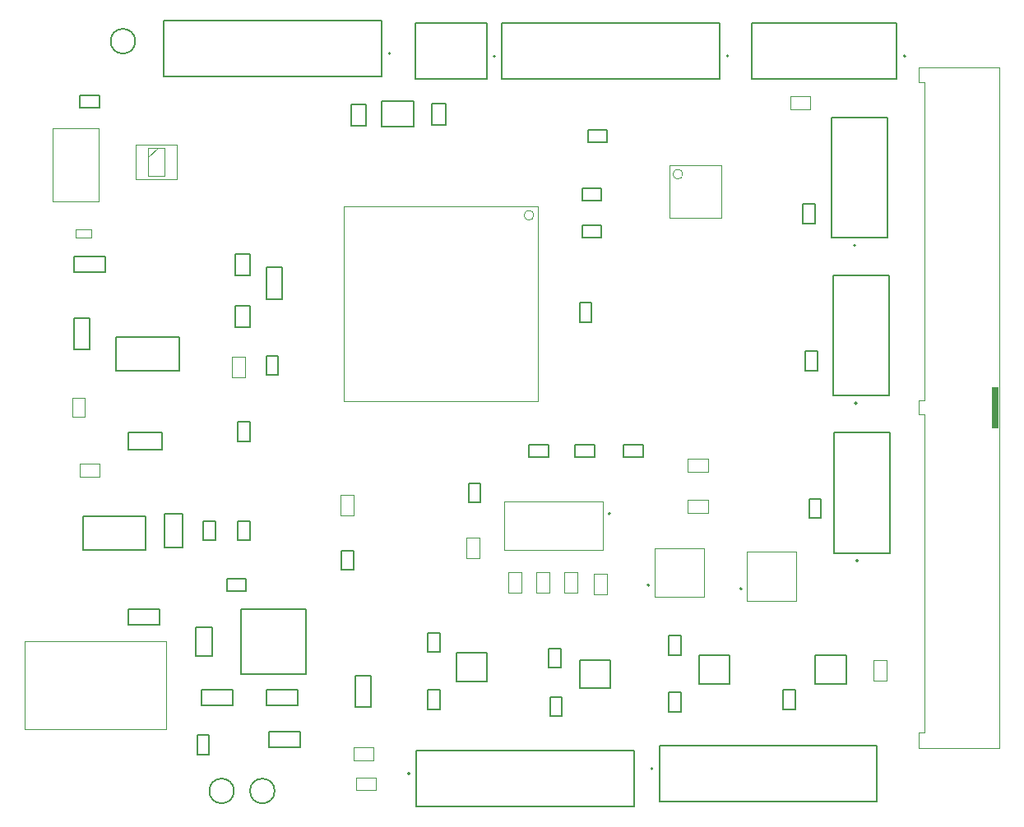
<source format=gbr>
G04*
G04 #@! TF.GenerationSoftware,Altium Limited,Altium Designer,24.2.2 (26)*
G04*
G04 Layer_Color=16711935*
%FSLAX44Y44*%
%MOMM*%
G71*
G04*
G04 #@! TF.SameCoordinates,251A4116-46B9-4EB5-9C36-AF9AACF17162*
G04*
G04*
G04 #@! TF.FilePolarity,Positive*
G04*
G01*
G75*
%ADD10C,0.1270*%
%ADD12C,0.2000*%
%ADD21R,0.8000X4.2000*%
%ADD104C,0.1000*%
%ADD105C,0.0500*%
D10*
X237490Y30480D02*
G03*
X237490Y30480I-12700J0D01*
G01*
X93980Y802640D02*
G03*
X93980Y802640I-12700J0D01*
G01*
X195580Y30480D02*
G03*
X195580Y30480I-12700J0D01*
G01*
X633620Y19340D02*
X857620D01*
X633620D02*
Y76840D01*
X857620D01*
Y19340D02*
Y76840D01*
X383570Y14260D02*
X607570D01*
X383570D02*
Y71760D01*
X607570D01*
Y14260D02*
Y71760D01*
X382100Y821230D02*
X456100D01*
X382100Y763730D02*
Y821230D01*
Y763730D02*
X456100D01*
Y821230D01*
X123550Y766440D02*
Y823940D01*
Y766440D02*
X347550D01*
Y823940D01*
X123550D02*
X347550D01*
X471530Y763900D02*
Y821400D01*
Y763900D02*
X695530D01*
Y821400D01*
X471530D02*
X695530D01*
X728940Y763900D02*
Y821400D01*
Y763900D02*
X877940D01*
Y821400D01*
X728940D02*
X877940D01*
X810890Y724340D02*
X868390D01*
X810890Y600340D02*
Y724340D01*
Y600340D02*
X868390D01*
Y724340D01*
X812160Y561710D02*
X869660D01*
X812160Y437710D02*
Y561710D01*
Y437710D02*
X869660D01*
Y561710D01*
X870930Y275620D02*
Y399620D01*
X813430Y275620D02*
X870930D01*
X813430D02*
Y399620D01*
X870930D01*
D12*
X626620Y53340D02*
G03*
X626620Y53340I-1000J0D01*
G01*
X376570Y48260D02*
G03*
X376570Y48260I-1000J0D01*
G01*
X464500Y787230D02*
G03*
X464500Y787230I-1000J0D01*
G01*
X356550Y789940D02*
G03*
X356550Y789940I-1000J0D01*
G01*
X704530Y787400D02*
G03*
X704530Y787400I-1000J0D01*
G01*
X886940D02*
G03*
X886940Y787400I-1000J0D01*
G01*
X835390Y592340D02*
G03*
X835390Y592340I-1000J0D01*
G01*
X836660Y429710D02*
G03*
X836660Y429710I-1000J0D01*
G01*
X582810Y316230D02*
G03*
X582810Y316230I-1000J0D01*
G01*
X623150Y242570D02*
G03*
X623150Y242570I-1000J0D01*
G01*
X718400Y238760D02*
G03*
X718400Y238760I-1000J0D01*
G01*
X837930Y267620D02*
G03*
X837930Y267620I-1000J0D01*
G01*
X30990Y580770D02*
X62990D01*
Y564770D02*
Y580770D01*
X30990Y564770D02*
X62990D01*
X30990D02*
Y580770D01*
X139180Y463350D02*
Y498350D01*
X74180Y463350D02*
X139180D01*
X74180D02*
Y498350D01*
X139180D01*
X316600Y715560D02*
Y737560D01*
X331100D01*
Y715560D02*
Y737560D01*
X316600Y715560D02*
X331100D01*
X413650Y716710D02*
Y738710D01*
X399150Y716710D02*
X413650D01*
X399150D02*
Y738710D01*
X413650D01*
X559862Y711100D02*
X579862D01*
Y698600D02*
Y711100D01*
X559862Y698600D02*
X579862D01*
X559862D02*
Y711100D01*
X781150Y615208D02*
Y635208D01*
X793650D01*
Y615208D02*
Y635208D01*
X781150Y615208D02*
X793650D01*
X228700Y458630D02*
X241200D01*
Y478630D01*
X228700D02*
X241200D01*
X228700Y458630D02*
Y478630D01*
X86640Y382160D02*
X121640D01*
X86640D02*
Y400160D01*
X121640D01*
Y382160D02*
Y400160D01*
X347990Y740710D02*
X380990D01*
Y714710D02*
Y740710D01*
X347990Y714710D02*
X380990D01*
X347990D02*
Y740710D01*
X794100Y140930D02*
Y169930D01*
X825600D01*
Y140930D02*
Y169930D01*
X794100Y140930D02*
X825600D01*
X674570D02*
Y169930D01*
X706070D01*
Y140930D02*
Y169930D01*
X674570Y140930D02*
X706070D01*
X318670Y257970D02*
Y277970D01*
X306170Y257970D02*
X318670D01*
X306170D02*
Y277970D01*
X318670D01*
X229441Y119000D02*
X261441D01*
X229441D02*
Y135000D01*
X261441D01*
Y119000D02*
Y135000D01*
X231650Y75820D02*
X263650D01*
X231650D02*
Y91820D01*
X263650D01*
Y75820D02*
Y91820D01*
X202600Y150530D02*
Y217770D01*
Y150530D02*
X269840D01*
Y217770D01*
X202600D02*
X269840D01*
X449480Y327452D02*
Y347452D01*
X436980Y327452D02*
X449480D01*
X436980D02*
Y347452D01*
X449480D01*
X211990Y288450D02*
Y308450D01*
X199490Y288450D02*
X211990D01*
X199490D02*
Y308450D01*
X211990D01*
X31370Y517650D02*
X47370D01*
X31370Y485650D02*
Y517650D01*
Y485650D02*
X47370D01*
Y517650D01*
X546628Y374750D02*
X566628D01*
X546628D02*
Y387250D01*
X566628D01*
Y374750D02*
Y387250D01*
X573880Y638910D02*
Y651410D01*
X553880D02*
X573880D01*
X553880Y638910D02*
Y651410D01*
Y638910D02*
X573880D01*
X86870Y201550D02*
X118870D01*
X86870D02*
Y217550D01*
X118870D01*
Y201550D02*
Y217550D01*
X157580Y88352D02*
X170080D01*
X157580Y68252D02*
Y88352D01*
Y68252D02*
X170080D01*
Y88352D01*
X499270Y387250D02*
X519270D01*
Y374750D02*
Y387250D01*
X499270Y374750D02*
X519270D01*
X499270D02*
Y387250D01*
X551280Y513240D02*
Y533240D01*
X563780D01*
Y513240D02*
Y533240D01*
X551280Y513240D02*
X563780D01*
X655643Y170587D02*
Y190587D01*
X643143Y170587D02*
X655643D01*
X643143D02*
Y190587D01*
X655643D01*
X142350Y280950D02*
Y315950D01*
X124350Y280950D02*
X142350D01*
X124350D02*
Y315950D01*
X142350D01*
X320930Y117350D02*
Y149350D01*
X336930D01*
Y117350D02*
Y149350D01*
X320930Y117350D02*
X336930D01*
X39890Y278410D02*
Y313410D01*
X104890D01*
Y278410D02*
Y313410D01*
X39890Y278410D02*
X104890D01*
X162032Y135000D02*
X194032D01*
Y119000D02*
Y135000D01*
X162032Y119000D02*
X194032D01*
X162032D02*
Y135000D01*
X156165Y199150D02*
X173165D01*
Y169150D02*
Y199150D01*
X156165Y169150D02*
X173165D01*
X156165D02*
Y199150D01*
X208170Y236320D02*
Y248820D01*
X188070D02*
X208170D01*
X188070Y236320D02*
Y248820D01*
Y236320D02*
X208170D01*
X760830Y114828D02*
Y134828D01*
X773330D01*
Y114828D02*
Y134828D01*
X760830Y114828D02*
X773330D01*
X643143Y111920D02*
X655643D01*
Y131920D01*
X643143D02*
X655643D01*
X643143Y111920D02*
Y131920D01*
X520800Y107364D02*
Y127364D01*
X533300D01*
Y107364D02*
Y127364D01*
X520800Y107364D02*
X533300D01*
X395187Y114629D02*
Y134629D01*
X407687D01*
Y114629D02*
Y134629D01*
X395187Y114629D02*
X407687D01*
X199490Y390418D02*
Y410418D01*
X211990D01*
Y390418D02*
Y410418D01*
X199490Y390418D02*
X211990D01*
X573880Y600810D02*
Y613310D01*
X553880D02*
X573880D01*
X553880Y600810D02*
Y613310D01*
Y600810D02*
X573880D01*
X176430Y288450D02*
Y308450D01*
X163930Y288450D02*
X176430D01*
X163930D02*
Y308450D01*
X176430D01*
X395187Y193296D02*
X407687D01*
X395187Y173296D02*
Y193296D01*
Y173296D02*
X407687D01*
Y193296D01*
X616692Y374750D02*
Y387250D01*
X596692D02*
X616692D01*
X596692Y374750D02*
Y387250D01*
Y374750D02*
X616692D01*
X211720Y561650D02*
Y583650D01*
X197220Y561650D02*
X211720D01*
X197220D02*
Y583650D01*
X211720D01*
X783690Y463342D02*
Y483342D01*
X796190D01*
Y463342D02*
Y483342D01*
X783690Y463342D02*
X796190D01*
X229490Y570220D02*
X245490D01*
X229490Y537220D02*
Y570220D01*
Y537220D02*
X245490D01*
Y570220D01*
X56990Y734160D02*
Y746660D01*
X36990D02*
X56990D01*
X36990Y734160D02*
Y746660D01*
Y734160D02*
X56990D01*
X197220Y508430D02*
X211720D01*
Y530430D01*
X197220D02*
X211720D01*
X197220Y508430D02*
Y530430D01*
X551380Y136374D02*
X582880D01*
Y165373D01*
X551380D02*
X582880D01*
X551380Y136374D02*
Y165373D01*
X424230Y143470D02*
X455730D01*
Y172470D01*
X424230D02*
X455730D01*
X424230Y143470D02*
Y172470D01*
X519530Y177261D02*
X532030D01*
X519530Y157261D02*
Y177261D01*
Y157261D02*
X532030D01*
Y177261D01*
X787500Y311310D02*
X800000D01*
Y331310D01*
X787500D02*
X800000D01*
X787500Y311310D02*
Y331310D01*
D21*
X979379Y425451D02*
D03*
D104*
X657560Y665700D02*
G03*
X657560Y665700I-5000J0D01*
G01*
X504260Y623330D02*
G03*
X504260Y623330I-5000J0D01*
G01*
X-19640Y184440D02*
X125360D01*
X-19640Y94440D02*
Y184440D01*
Y94440D02*
X125360D01*
Y184440D01*
X8980Y638027D02*
X55980D01*
Y712980D01*
X8980Y712933D02*
X55933D01*
X8980Y638027D02*
Y712933D01*
X32620Y600520D02*
Y608520D01*
Y600520D02*
X48620D01*
X32620Y608520D02*
X48620D01*
Y600520D02*
Y608520D01*
X768010Y745890D02*
X789010D01*
X768010Y732390D02*
X789010D01*
X768010D02*
Y745890D01*
X789010Y732390D02*
Y745890D01*
X643560Y620700D02*
Y674700D01*
X697560Y620700D02*
Y674700D01*
X643560D02*
X697560D01*
X643560Y620700D02*
X697560D01*
X308260Y632330D02*
X508260D01*
X308260Y432330D02*
X508260D01*
Y632330D01*
X308260Y432330D02*
Y632330D01*
X900380Y760450D02*
Y775950D01*
Y760450D02*
X906380D01*
X900380Y775950D02*
X983380D01*
X906380Y432450D02*
Y760450D01*
X900380Y418450D02*
X906380D01*
X900380Y418450D02*
X900380Y418450D01*
X900380Y418450D02*
Y432450D01*
X906380D01*
X906380Y90450D02*
Y418450D01*
X900380Y90450D02*
X906380D01*
X900380Y74950D02*
Y90450D01*
Y74950D02*
X983380D01*
Y775950D01*
X107450Y683300D02*
X116950Y692800D01*
X107450Y663560D02*
Y692800D01*
Y663560D02*
X123690D01*
Y692800D01*
X107450D02*
X123690D01*
X473710Y278380D02*
X575310D01*
X473710D02*
Y328680D01*
X575310D01*
Y278380D02*
Y328680D01*
X628650Y280420D02*
X679450D01*
Y230120D02*
Y280420D01*
X628650Y230120D02*
X679450D01*
X628650D02*
Y280420D01*
X723900Y276610D02*
X774700D01*
Y226310D02*
Y276610D01*
X723900Y226310D02*
X774700D01*
X723900D02*
Y276610D01*
X662600Y330600D02*
X683600D01*
X662600Y317100D02*
X683600D01*
X662600D02*
Y330600D01*
X683600Y317100D02*
Y330600D01*
X662440Y372510D02*
X683440D01*
X662440Y359010D02*
X683440D01*
X662440D02*
Y372510D01*
X683440Y359010D02*
Y372510D01*
X305670Y335620D02*
X319170D01*
X305670Y314620D02*
X319170D01*
Y335620D01*
X305670Y314620D02*
Y335620D01*
X435210Y291330D02*
X448710D01*
X435210Y270330D02*
X448710D01*
Y291330D01*
X435210Y270330D02*
Y291330D01*
X478390Y234610D02*
X491890D01*
X478390Y255610D02*
X491890D01*
X478390Y234610D02*
Y255610D01*
X491890Y234610D02*
Y255610D01*
X506432Y234610D02*
X519933D01*
X506432Y255610D02*
X519933D01*
X506432Y234610D02*
Y255610D01*
X519933Y234610D02*
Y255610D01*
X566020Y233340D02*
X579520D01*
X566020Y254340D02*
X579520D01*
X566020Y233340D02*
Y254340D01*
X579520Y233340D02*
Y254340D01*
X535540Y234610D02*
X549040D01*
X535540Y255610D02*
X549040D01*
X535540Y234610D02*
Y255610D01*
X549040Y234610D02*
Y255610D01*
X41810Y415450D02*
Y435450D01*
Y427950D02*
Y435450D01*
X29310D02*
X41810D01*
X29310Y415450D02*
Y435450D01*
Y415450D02*
X41810D01*
X36490Y353930D02*
X57490D01*
X36490Y367430D02*
X57490D01*
Y353930D02*
Y367430D01*
X36490Y353930D02*
Y367430D01*
X318430Y61830D02*
X339430D01*
X318430Y75330D02*
X339430D01*
Y61830D02*
Y75330D01*
X318430Y61830D02*
Y75330D01*
X321470Y31850D02*
X341470D01*
X333970D02*
X341470D01*
Y44350D01*
X321470D02*
X341470D01*
X321470Y31850D02*
Y44350D01*
X207410Y456700D02*
Y477700D01*
X193910Y456700D02*
Y477700D01*
X207410D01*
X193910Y456700D02*
X207410D01*
X867810Y144440D02*
Y165440D01*
X854310Y144440D02*
Y165440D01*
X867810D01*
X854310Y144440D02*
X867810D01*
D105*
X94570Y660430D02*
Y695930D01*
Y660430D02*
X136570D01*
Y695930D01*
X94570D02*
X136570D01*
M02*

</source>
